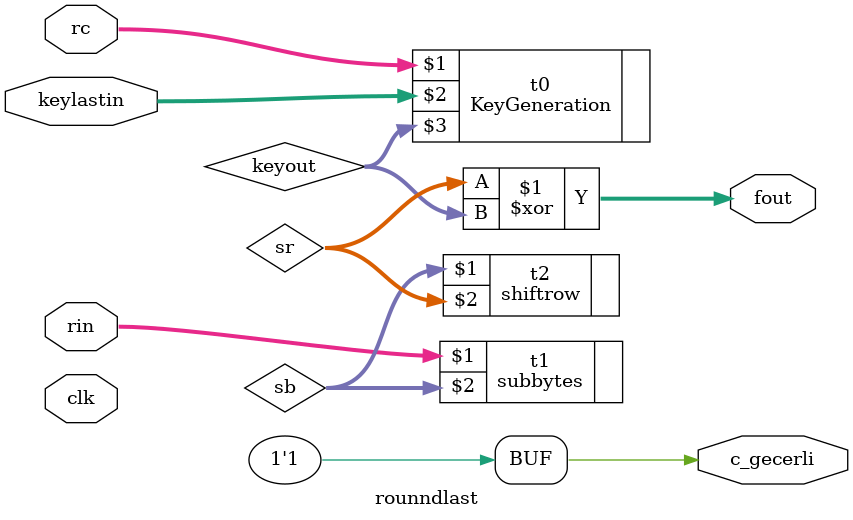
<source format=v>
`timescale 1ns / 1ps

module rounndlast(clk,rc,rin,keylastin,fout,c_gecerli);
input clk;
input [3:0]rc;
input [127:0]rin;
input [127:0]keylastin;
output   [127:0]fout;
output  c_gecerli;
wire [127:0] sb,sr,mcl,keyout;

KeyGeneration t0(rc,keylastin,keyout);
subbytes t1(rin,sb);
shiftrow t2(sb,sr);

assign fout = sr^keyout;

assign c_gecerli = 1;

endmodule


</source>
